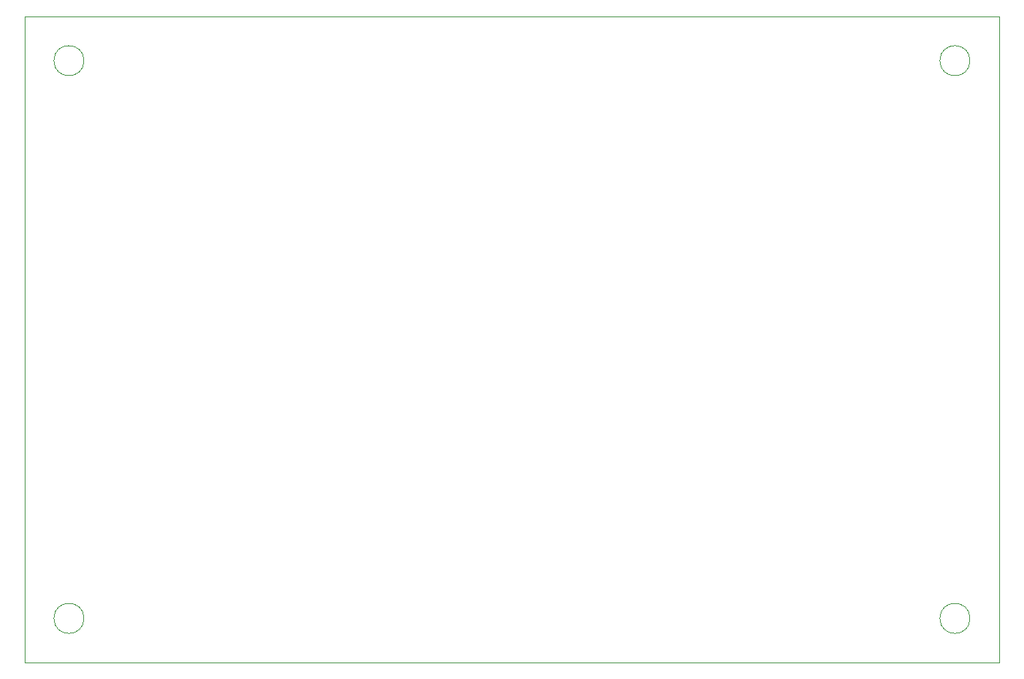
<source format=gbr>
%TF.GenerationSoftware,KiCad,Pcbnew,8.0.2*%
%TF.CreationDate,2024-06-02T23:09:43-04:00*%
%TF.ProjectId,popperPump,706f7070-6572-4507-956d-702e6b696361,1.5*%
%TF.SameCoordinates,Original*%
%TF.FileFunction,Profile,NP*%
%FSLAX46Y46*%
G04 Gerber Fmt 4.6, Leading zero omitted, Abs format (unit mm)*
G04 Created by KiCad (PCBNEW 8.0.2) date 2024-06-02 23:09:43*
%MOMM*%
%LPD*%
G01*
G04 APERTURE LIST*
%TA.AperFunction,Profile*%
%ADD10C,0.050000*%
%TD*%
G04 APERTURE END LIST*
D10*
X93750000Y-130000000D02*
X93750000Y-57000000D01*
X100450000Y-62000000D02*
G75*
G02*
X97050000Y-62000000I-1700000J0D01*
G01*
X97050000Y-62000000D02*
G75*
G02*
X100450000Y-62000000I1700000J0D01*
G01*
X203750000Y-57000000D02*
X203750000Y-130000000D01*
X200450000Y-62000000D02*
G75*
G02*
X197050000Y-62000000I-1700000J0D01*
G01*
X197050000Y-62000000D02*
G75*
G02*
X200450000Y-62000000I1700000J0D01*
G01*
X203750000Y-130000000D02*
X93750000Y-130000000D01*
X93750000Y-57000000D02*
X203750000Y-57000000D01*
X100450000Y-125000000D02*
G75*
G02*
X97050000Y-125000000I-1700000J0D01*
G01*
X97050000Y-125000000D02*
G75*
G02*
X100450000Y-125000000I1700000J0D01*
G01*
X200450000Y-125000000D02*
G75*
G02*
X197050000Y-125000000I-1700000J0D01*
G01*
X197050000Y-125000000D02*
G75*
G02*
X200450000Y-125000000I1700000J0D01*
G01*
M02*

</source>
